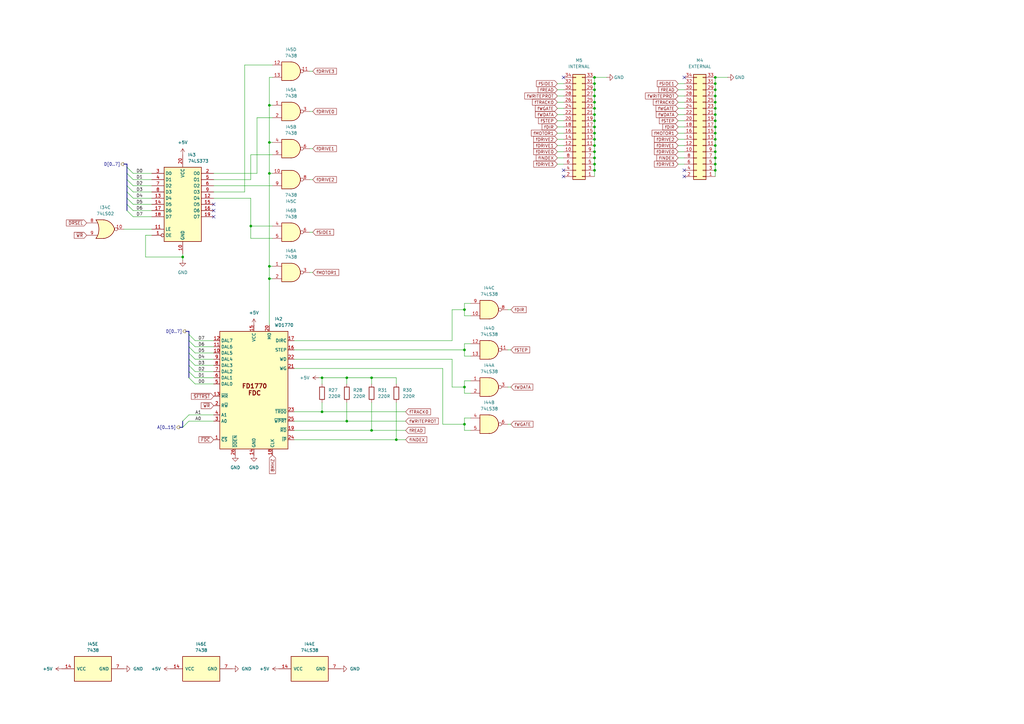
<source format=kicad_sch>
(kicad_sch (version 20250114) (generator "eeschema") (generator_version "9.0")
  (paper "A3")
  (lib_symbols
    (symbol "74xx:74LS02" (pin_names (offset 1.016))
      (property "Reference" "U" (at 0 1.27 0))
      (property "Value" "74LS02" (at 0 -1.27 0))
      (symbol "74LS02_1_1"
        (pin input line (at -7.62 2.54 0) (length 4.318) (name "~") (number "2"))
        (pin input line (at -7.62 -2.54 0) (length 4.318) (name "~") (number "3"))
        (pin output inverted (at 7.62 0 180) (length 3.81) (name "~") (number "1"))
      )
      (symbol "74LS02_1_2"
        (pin input inverted (at -7.62 2.54 0) (length 3.81) (name "~") (number "2"))
        (pin input inverted (at -7.62 -2.54 0) (length 3.81) (name "~") (number "3"))
        (pin output line (at 7.62 0 180) (length 3.81) (name "~") (number "1"))
      )
      (symbol "74LS02_2_1"
        (pin input line (at -7.62 2.54 0) (length 4.318) (name "~") (number "5"))
        (pin input line (at -7.62 -2.54 0) (length 4.318) (name "~") (number "6"))
        (pin output inverted (at 7.62 0 180) (length 3.81) (name "~") (number "4"))
      )
      (symbol "74LS02_2_2"
        (pin input inverted (at -7.62 2.54 0) (length 3.81) (name "~") (number "5"))
        (pin input inverted (at -7.62 -2.54 0) (length 3.81) (name "~") (number "6"))
        (pin output line (at 7.62 0 180) (length 3.81) (name "~") (number "4"))
      )
      (symbol "74LS02_3_1"
        (pin input line (at -7.62 2.54 0) (length 4.318) (name "~") (number "8"))
        (pin input line (at -7.62 -2.54 0) (length 4.318) (name "~") (number "9"))
        (pin output inverted (at 7.62 0 180) (length 3.81) (name "~") (number "10"))
      )
      (symbol "74LS02_3_2"
        (pin input inverted (at -7.62 2.54 0) (length 3.81) (name "~") (number "8"))
        (pin input inverted (at -7.62 -2.54 0) (length 3.81) (name "~") (number "9"))
        (pin output line (at 7.62 0 180) (length 3.81) (name "~") (number "10"))
      )
      (symbol "74LS02_4_1"
        (pin input line (at -7.62 2.54 0) (length 4.318) (name "~") (number "11"))
        (pin input line (at -7.62 -2.54 0) (length 4.318) (name "~") (number "12"))
        (pin output inverted (at 7.62 0 180) (length 3.81) (name "~") (number "13"))
      )
      (symbol "74LS02_4_2"
        (pin input inverted (at -7.62 2.54 0) (length 3.81) (name "~") (number "11"))
        (pin input inverted (at -7.62 -2.54 0) (length 3.81) (name "~") (number "12"))
        (pin output line (at 7.62 0 180) (length 3.81) (name "~") (number "13"))
      )
      (symbol "74LS02_5_0"
        (pin power_in line (at 0 12.7 270) (length 5.08) (name "VCC") (number "14"))
        (pin power_in line (at 0 -12.7 90) (length 5.08) (name "GND") (number "7"))
      )
    )
    (symbol "74xx:74LS373"
      (property "Reference" "U" (at -7.62 16.51 0))
      (property "Value" "74LS373" (at -7.62 -16.51 0))
      (symbol "74LS373_1_0"
        (pin input line (at -12.7 12.7 0) (length 5.08) (name "D0") (number "3"))
        (pin input line (at -12.7 10.16 0) (length 5.08) (name "D1") (number "4"))
        (pin input line (at -12.7 7.62 0) (length 5.08) (name "D2") (number "7"))
        (pin input line (at -12.7 5.08 0) (length 5.08) (name "D3") (number "8"))
        (pin input line (at -12.7 2.54 0) (length 5.08) (name "D4") (number "13"))
        (pin input line (at -12.7 0 0) (length 5.08) (name "D5") (number "14"))
        (pin input line (at -12.7 -2.54 0) (length 5.08) (name "D6") (number "17"))
        (pin input line (at -12.7 -5.08 0) (length 5.08) (name "D7") (number "18"))
        (pin input line (at -12.7 -10.16 0) (length 5.08) (name "LE") (number "11"))
        (pin input inverted (at -12.7 -12.7 0) (length 5.08) (name "OE") (number "1"))
        (pin power_in line (at 0 20.32 270) (length 5.08) (name "VCC") (number "20"))
        (pin power_in line (at 0 -20.32 90) (length 5.08) (name "GND") (number "10"))
        (pin tri_state line (at 12.7 12.7 180) (length 5.08) (name "O0") (number "2"))
        (pin tri_state line (at 12.7 10.16 180) (length 5.08) (name "O1") (number "5"))
        (pin tri_state line (at 12.7 7.62 180) (length 5.08) (name "O2") (number "6"))
        (pin tri_state line (at 12.7 5.08 180) (length 5.08) (name "O3") (number "9"))
        (pin tri_state line (at 12.7 2.54 180) (length 5.08) (name "O4") (number "12"))
        (pin tri_state line (at 12.7 0 180) (length 5.08) (name "O5") (number "15"))
        (pin tri_state line (at 12.7 -2.54 180) (length 5.08) (name "O6") (number "16"))
        (pin tri_state line (at 12.7 -5.08 180) (length 5.08) (name "O7") (number "19"))
      )
    )
    (symbol "74xx:74LS38" (pin_names (offset 1.016))
      (property "Reference" "U" (at 0 1.27 0))
      (property "Value" "74LS38" (at 0 -1.27 0))
      (symbol "74LS38_1_1"
        (pin input line (at -7.62 2.54 0) (length 3.81) (name "~") (number "1"))
        (pin input line (at -7.62 -2.54 0) (length 3.81) (name "~") (number "2"))
        (pin open_collector inverted (at 7.62 0 180) (length 3.81) (name "~") (number "3"))
      )
      (symbol "74LS38_1_2"
        (pin input inverted (at -7.62 2.54 0) (length 4.318) (name "~") (number "1"))
        (pin input inverted (at -7.62 -2.54 0) (length 4.318) (name "~") (number "2"))
        (pin open_collector line (at 7.62 0 180) (length 3.81) (name "~") (number "3"))
      )
      (symbol "74LS38_2_1"
        (pin input line (at -7.62 2.54 0) (length 3.81) (name "~") (number "4"))
        (pin input line (at -7.62 -2.54 0) (length 3.81) (name "~") (number "5"))
        (pin open_collector inverted (at 7.62 0 180) (length 3.81) (name "~") (number "6"))
      )
      (symbol "74LS38_2_2"
        (pin input inverted (at -7.62 2.54 0) (length 4.318) (name "~") (number "4"))
        (pin input inverted (at -7.62 -2.54 0) (length 4.318) (name "~") (number "5"))
        (pin open_collector line (at 7.62 0 180) (length 3.81) (name "~") (number "6"))
      )
      (symbol "74LS38_3_1"
        (pin input line (at -7.62 2.54 0) (length 3.81) (name "~") (number "9"))
        (pin input line (at -7.62 -2.54 0) (length 3.81) (name "~") (number "10"))
        (pin open_collector inverted (at 7.62 0 180) (length 3.81) (name "~") (number "8"))
      )
      (symbol "74LS38_3_2"
        (pin input inverted (at -7.62 2.54 0) (length 4.318) (name "~") (number "9"))
        (pin input inverted (at -7.62 -2.54 0) (length 4.318) (name "~") (number "10"))
        (pin open_collector line (at 7.62 0 180) (length 3.81) (name "~") (number "8"))
      )
      (symbol "74LS38_4_1"
        (pin input line (at -7.62 2.54 0) (length 3.81) (name "~") (number "12"))
        (pin input line (at -7.62 -2.54 0) (length 3.81) (name "~") (number "13"))
        (pin open_collector inverted (at 7.62 0 180) (length 3.81) (name "~") (number "11"))
      )
      (symbol "74LS38_4_2"
        (pin input inverted (at -7.62 2.54 0) (length 4.318) (name "~") (number "12"))
        (pin input inverted (at -7.62 -2.54 0) (length 4.318) (name "~") (number "13"))
        (pin open_collector line (at 7.62 0 180) (length 3.81) (name "~") (number "11"))
      )
      (symbol "74LS38_5_0"
        (pin power_in line (at 0 12.7 270) (length 5.08) (name "VCC") (number "14"))
        (pin power_in line (at 0 -12.7 90) (length 5.08) (name "GND") (number "7"))
      )
    )
    (symbol "Connector_Generic:Conn_02x17_Odd_Even" (pin_names (offset 1.016) (hide yes))
      (property "Reference" "J" (at 1.27 22.86 0))
      (property "Value" "Conn_02x17_Odd_Even" (at 1.27 -22.86 0))
      (symbol "Conn_02x17_Odd_Even_1_1"
        (pin passive line (at -5.08 20.32 0) (length 3.81) (name "Pin_1") (number "1"))
        (pin passive line (at -5.08 17.78 0) (length 3.81) (name "Pin_3") (number "3"))
        (pin passive line (at -5.08 15.24 0) (length 3.81) (name "Pin_5") (number "5"))
        (pin passive line (at -5.08 12.7 0) (length 3.81) (name "Pin_7") (number "7"))
        (pin passive line (at -5.08 10.16 0) (length 3.81) (name "Pin_9") (number "9"))
        (pin passive line (at -5.08 7.62 0) (length 3.81) (name "Pin_11") (number "11"))
        (pin passive line (at -5.08 5.08 0) (length 3.81) (name "Pin_13") (number "13"))
        (pin passive line (at -5.08 2.54 0) (length 3.81) (name "Pin_15") (number "15"))
        (pin passive line (at -5.08 0 0) (length 3.81) (name "Pin_17") (number "17"))
        (pin passive line (at -5.08 -2.54 0) (length 3.81) (name "Pin_19") (number "19"))
        (pin passive line (at -5.08 -5.08 0) (length 3.81) (name "Pin_21") (number "21"))
        (pin passive line (at -5.08 -7.62 0) (length 3.81) (name "Pin_23") (number "23"))
        (pin passive line (at -5.08 -10.16 0) (length 3.81) (name "Pin_25") (number "25"))
        (pin passive line (at -5.08 -12.7 0) (length 3.81) (name "Pin_27") (number "27"))
        (pin passive line (at -5.08 -15.24 0) (length 3.81) (name "Pin_29") (number "29"))
        (pin passive line (at -5.08 -17.78 0) (length 3.81) (name "Pin_31") (number "31"))
        (pin passive line (at -5.08 -20.32 0) (length 3.81) (name "Pin_33") (number "33"))
        (pin passive line (at 7.62 20.32 180) (length 3.81) (name "Pin_2") (number "2"))
        (pin passive line (at 7.62 17.78 180) (length 3.81) (name "Pin_4") (number "4"))
        (pin passive line (at 7.62 15.24 180) (length 3.81) (name "Pin_6") (number "6"))
        (pin passive line (at 7.62 12.7 180) (length 3.81) (name "Pin_8") (number "8"))
        (pin passive line (at 7.62 10.16 180) (length 3.81) (name "Pin_10") (number "10"))
        (pin passive line (at 7.62 7.62 180) (length 3.81) (name "Pin_12") (number "12"))
        (pin passive line (at 7.62 5.08 180) (length 3.81) (name "Pin_14") (number "14"))
        (pin passive line (at 7.62 2.54 180) (length 3.81) (name "Pin_16") (number "16"))
        (pin passive line (at 7.62 0 180) (length 3.81) (name "Pin_18") (number "18"))
        (pin passive line (at 7.62 -2.54 180) (length 3.81) (name "Pin_20") (number "20"))
        (pin passive line (at 7.62 -5.08 180) (length 3.81) (name "Pin_22") (number "22"))
        (pin passive line (at 7.62 -7.62 180) (length 3.81) (name "Pin_24") (number "24"))
        (pin passive line (at 7.62 -10.16 180) (length 3.81) (name "Pin_26") (number "26"))
        (pin passive line (at 7.62 -12.7 180) (length 3.81) (name "Pin_28") (number "28"))
        (pin passive line (at 7.62 -15.24 180) (length 3.81) (name "Pin_30") (number "30"))
        (pin passive line (at 7.62 -17.78 180) (length 3.81) (name "Pin_32") (number "32"))
        (pin passive line (at 7.62 -20.32 180) (length 3.81) (name "Pin_34") (number "34"))
      )
    )
    (symbol "Device:R" (pin_numbers (hide yes)) (pin_names (offset 0))
      (property "Reference" "R" (at 2.032 0 90))
      (property "Value" "R" (at 0 0 90))
      (symbol "R_1_1"
        (pin passive line (at 0 3.81 270) (length 1.27) (name "~") (number "1"))
        (pin passive line (at 0 -3.81 90) (length 1.27) (name "~") (number "2"))
      )
    )
    (symbol "Einstein:WD1770"
      (property "Reference" "IO" (at 13.462 -27.432 0))
      (property "Value" "WD1770" (at 12.446 -29.464 0))
      (symbol "WD1770_1_1"
        (text "FD1770\nFDC" (at 0.254 0.254 0) (effects (font (size 1.778 1.778) (thickness 0.3556) (bold yes))))
        (pin bidirectional line (at -16.51 20.32 0) (length 2.54) (name "DAL7") (number "12"))
        (pin bidirectional line (at -16.51 17.78 0) (length 2.54) (name "DAL6") (number "11"))
        (pin bidirectional line (at -16.51 15.24 0) (length 2.54) (name "DAL5") (number "10"))
        (pin bidirectional line (at -16.51 12.7 0) (length 2.54) (name "DAL4") (number "9"))
        (pin bidirectional line (at -16.51 10.16 0) (length 2.54) (name "DAL3") (number "8"))
        (pin bidirectional line (at -16.51 7.62 0) (length 2.54) (name "DAL2") (number "7"))
        (pin bidirectional line (at -16.51 5.08 0) (length 2.54) (name "DAL1") (number "6"))
        (pin bidirectional line (at -16.51 2.54 0) (length 2.54) (name "DAL0") (number "5"))
        (pin passive line (at -16.51 -2.54 0) (length 2.54) (name "~{MR}") (number "13"))
        (pin input line (at -16.51 -6.35 0) (length 2.54) (name "R~{W}") (number "2"))
        (pin input line (at -16.51 -10.16 0) (length 2.54) (name "A1") (number "4"))
        (pin input line (at -16.51 -12.7 0) (length 2.54) (name "A0") (number "3"))
        (pin input line (at -16.51 -20.32 0) (length 2.54) (name "~{CS}") (number "1"))
        (pin passive line (at -7.62 -26.67 90) (length 2.54) (name "~{DDEN}") (number "26"))
        (pin power_in line (at 0 26.67 270) (length 2.54) (name "VCC") (number "15"))
        (pin power_in line (at 0 -26.67 90) (length 2.54) (name "GND") (number "14"))
        (pin passive line (at 6.35 26.67 270) (length 2.54) (name "MO") (number "20"))
        (pin input line (at 7.62 -26.67 90) (length 2.54) (name "CLK") (number "18"))
        (pin passive line (at 16.51 20.32 180) (length 2.54) (name "DIRC") (number "17"))
        (pin passive line (at 16.51 16.51 180) (length 2.54) (name "STEP") (number "16"))
        (pin passive line (at 16.51 12.7 180) (length 2.54) (name "WD") (number "22"))
        (pin passive line (at 16.51 8.89 180) (length 2.54) (name "WG") (number "21"))
        (pin no_connect line (at 16.51 1.27 180) (length 2.54) (hide yes) (name "INTRQ") (number "28"))
        (pin no_connect line (at 16.51 -1.27 180) (length 2.54) (hide yes) (name "DRQ") (number "27"))
        (pin passive line (at 16.51 -8.89 180) (length 2.54) (name "~{TR00}") (number "23"))
        (pin passive line (at 16.51 -12.7 180) (length 2.54) (name "~{WPRT}") (number "25"))
        (pin input line (at 16.51 -16.51 180) (length 2.54) (name "~{RD}") (number "19"))
        (pin passive line (at 16.51 -20.32 180) (length 2.54) (name "~{IP}") (number "24"))
      )
    )
    (symbol "power:+5V" (power) (pin_numbers (hide yes)) (pin_names (offset 0) (hide yes))
      (property "Value" "+5V" (at 0 3.556 0))
      (symbol "+5V_1_1"
        (pin power_in line (at 0 0 90) (length 0) (name "~") (number "1"))
      )
    )
    (symbol "power:GND" (power) (pin_numbers (hide yes)) (pin_names (offset 0) (hide yes))
      (property "Value" "GND" (at 0 -3.81 0))
      (symbol "GND_1_1"
        (pin power_in line (at 0 0 270) (length 0) (name "~") (number "1"))
      )
    )
  )
  (junction (at 293.37 34.29))
  (junction (at 243.84 49.53))
  (junction (at 293.37 49.53))
  (junction (at 243.84 67.31))
  (junction (at 243.84 69.85))
  (junction (at 110.49 43.18))
  (junction (at 243.84 64.77))
  (junction (at 190.5 158.75))
  (junction (at 293.37 69.85))
  (junction (at 110.49 109.22))
  (junction (at 152.4 154.94))
  (junction (at 293.37 62.23))
  (junction (at 142.24 154.94))
  (junction (at 190.5 143.51))
  (junction (at 293.37 36.83))
  (junction (at 243.84 34.29))
  (junction (at 243.84 62.23))
  (junction (at 110.49 58.42))
  (junction (at 293.37 39.37))
  (junction (at 110.49 114.3))
  (junction (at 293.37 59.69))
  (junction (at 132.08 168.91))
  (junction (at 293.37 44.45))
  (junction (at 243.84 36.83))
  (junction (at 243.84 41.91))
  (junction (at 243.84 44.45))
  (junction (at 293.37 31.75))
  (junction (at 243.84 46.99))
  (junction (at 293.37 64.77))
  (junction (at 243.84 31.75))
  (junction (at 74.93 105.41))
  (junction (at 293.37 67.31))
  (junction (at 293.37 57.15))
  (junction (at 293.37 46.99))
  (junction (at 243.84 59.69))
  (junction (at 190.5 173.99))
  (junction (at 162.56 180.34))
  (junction (at 293.37 52.07))
  (junction (at 152.4 176.53))
  (junction (at 293.37 54.61))
  (junction (at 132.08 154.94))
  (junction (at 293.37 41.91))
  (junction (at 190.5 127))
  (junction (at 243.84 52.07))
  (junction (at 142.24 172.72))
  (junction (at 110.49 71.12))
  (junction (at 243.84 57.15))
  (junction (at 102.87 92.71))
  (junction (at 243.84 39.37))
  (junction (at 243.84 54.61))
  (no_connect (at 280.67 69.85))
  (no_connect (at 231.14 72.39))
  (no_connect (at 87.63 83.82))
  (no_connect (at 231.14 31.75))
  (no_connect (at 87.63 88.9))
  (no_connect (at 280.67 72.39))
  (no_connect (at 280.67 31.75))
  (no_connect (at 87.63 86.36))
  (no_connect (at 231.14 69.85))
  (bus_entry (at 54.61 88.9) (size -2.54 -2.54))
  (bus_entry (at 54.61 81.28) (size -2.54 -2.54))
  (bus_entry (at 80.01 139.7) (size -2.54 -2.54))
  (bus_entry (at 77.47 170.18) (size -2.54 2.54))
  (bus_entry (at 54.61 83.82) (size -2.54 -2.54))
  (bus_entry (at 54.61 78.74) (size -2.54 -2.54))
  (bus_entry (at 54.61 73.66) (size -2.54 -2.54))
  (bus_entry (at 80.01 149.86) (size -2.54 -2.54))
  (bus_entry (at 80.01 157.48) (size -2.54 -2.54))
  (bus_entry (at 54.61 86.36) (size -2.54 -2.54))
  (bus_entry (at 54.61 71.12) (size -2.54 -2.54))
  (bus_entry (at 80.01 147.32) (size -2.54 -2.54))
  (bus_entry (at 80.01 154.94) (size -2.54 -2.54))
  (bus_entry (at 77.47 172.72) (size -2.54 2.54))
  (bus_entry (at 80.01 142.24) (size -2.54 -2.54))
  (bus_entry (at 80.01 144.78) (size -2.54 -2.54))
  (bus_entry (at 80.01 152.4) (size -2.54 -2.54))
  (bus_entry (at 54.61 76.2) (size -2.54 -2.54))
  (wire (pts (xy 228.6 46.99) (xy 231.14 46.99)))
  (wire (pts (xy 62.23 86.36) (xy 54.61 86.36)))
  (wire (pts (xy 111.76 71.12) (xy 110.49 71.12)))
  (wire (pts (xy 228.6 52.07) (xy 231.14 52.07)))
  (wire (pts (xy 293.37 31.75) (xy 298.45 31.75)))
  (wire (pts (xy 193.04 156.21) (xy 190.5 156.21)))
  (wire (pts (xy 243.84 46.99) (xy 243.84 44.45)))
  (wire (pts (xy 193.04 171.45) (xy 190.5 171.45)))
  (wire (pts (xy 87.63 142.24) (xy 80.01 142.24)))
  (wire (pts (xy 293.37 46.99) (xy 293.37 44.45)))
  (wire (pts (xy 62.23 83.82) (xy 54.61 83.82)))
  (wire (pts (xy 152.4 176.53) (xy 166.37 176.53)))
  (wire (pts (xy 228.6 62.23) (xy 231.14 62.23)))
  (wire (pts (xy 278.13 59.69) (xy 280.67 59.69)))
  (wire (pts (xy 105.41 48.26) (xy 111.76 48.26)))
  (wire (pts (xy 162.56 154.94) (xy 152.4 154.94)))
  (wire (pts (xy 293.37 54.61) (xy 293.37 52.07)))
  (wire (pts (xy 50.8 93.98) (xy 62.23 93.98)))
  (wire (pts (xy 243.84 41.91) (xy 243.84 39.37)))
  (wire (pts (xy 74.93 106.68) (xy 74.93 105.41)))
  (wire (pts (xy 185.42 158.75) (xy 190.5 158.75)))
  (wire (pts (xy 243.84 34.29) (xy 243.84 31.75)))
  (wire (pts (xy 111.76 26.67) (xy 100.33 26.67)))
  (wire (pts (xy 62.23 76.2) (xy 54.61 76.2)))
  (wire (pts (xy 278.13 46.99) (xy 280.67 46.99)))
  (wire (pts (xy 120.65 168.91) (xy 132.08 168.91)))
  (wire (pts (xy 128.27 111.76) (xy 127 111.76)))
  (wire (pts (xy 185.42 127) (xy 185.42 139.7)))
  (bus (pts (xy 52.07 68.58) (xy 52.07 71.12)))
  (wire (pts (xy 102.87 92.71) (xy 102.87 97.79)))
  (wire (pts (xy 111.76 63.5) (xy 102.87 63.5)))
  (wire (pts (xy 243.84 49.53) (xy 243.84 46.99)))
  (wire (pts (xy 128.27 45.72) (xy 127 45.72)))
  (wire (pts (xy 111.76 92.71) (xy 102.87 92.71)))
  (wire (pts (xy 278.13 39.37) (xy 280.67 39.37)))
  (bus (pts (xy 52.07 81.28) (xy 52.07 83.82)))
  (wire (pts (xy 132.08 154.94) (xy 132.08 157.48)))
  (wire (pts (xy 87.63 147.32) (xy 80.01 147.32)))
  (wire (pts (xy 142.24 172.72) (xy 166.37 172.72)))
  (wire (pts (xy 132.08 168.91) (xy 132.08 165.1)))
  (wire (pts (xy 128.27 29.21) (xy 127 29.21)))
  (wire (pts (xy 293.37 67.31) (xy 293.37 64.77)))
  (wire (pts (xy 105.41 48.26) (xy 105.41 71.12)))
  (wire (pts (xy 228.6 64.77) (xy 231.14 64.77)))
  (wire (pts (xy 152.4 154.94) (xy 142.24 154.94)))
  (wire (pts (xy 243.84 67.31) (xy 243.84 64.77)))
  (bus (pts (xy 52.07 71.12) (xy 52.07 73.66)))
  (wire (pts (xy 185.42 127) (xy 190.5 127)))
  (wire (pts (xy 87.63 152.4) (xy 80.01 152.4)))
  (wire (pts (xy 87.63 81.28) (xy 102.87 81.28)))
  (wire (pts (xy 59.69 96.52) (xy 59.69 105.41)))
  (wire (pts (xy 100.33 78.74) (xy 87.63 78.74)))
  (wire (pts (xy 293.37 49.53) (xy 293.37 46.99)))
  (wire (pts (xy 62.23 81.28) (xy 54.61 81.28)))
  (wire (pts (xy 152.4 154.94) (xy 152.4 157.48)))
  (wire (pts (xy 293.37 64.77) (xy 293.37 62.23)))
  (wire (pts (xy 293.37 57.15) (xy 293.37 54.61)))
  (wire (pts (xy 111.76 43.18) (xy 110.49 43.18)))
  (wire (pts (xy 142.24 172.72) (xy 142.24 165.1)))
  (wire (pts (xy 111.76 114.3) (xy 110.49 114.3)))
  (wire (pts (xy 110.49 109.22) (xy 111.76 109.22)))
  (wire (pts (xy 278.13 49.53) (xy 280.67 49.53)))
  (wire (pts (xy 243.84 62.23) (xy 243.84 59.69)))
  (wire (pts (xy 87.63 157.48) (xy 80.01 157.48)))
  (wire (pts (xy 100.33 26.67) (xy 100.33 78.74)))
  (wire (pts (xy 190.5 171.45) (xy 190.5 173.99)))
  (wire (pts (xy 228.6 67.31) (xy 231.14 67.31)))
  (wire (pts (xy 228.6 54.61) (xy 231.14 54.61)))
  (wire (pts (xy 193.04 140.97) (xy 190.5 140.97)))
  (wire (pts (xy 293.37 44.45) (xy 293.37 41.91)))
  (wire (pts (xy 293.37 69.85) (xy 293.37 72.39)))
  (wire (pts (xy 132.08 168.91) (xy 166.37 168.91)))
  (wire (pts (xy 59.69 105.41) (xy 74.93 105.41)))
  (bus (pts (xy 77.47 152.4) (xy 77.47 154.94)))
  (bus (pts (xy 52.07 67.31) (xy 52.07 68.58)))
  (wire (pts (xy 185.42 139.7) (xy 120.65 139.7)))
  (wire (pts (xy 87.63 139.7) (xy 80.01 139.7)))
  (wire (pts (xy 228.6 34.29) (xy 231.14 34.29)))
  (bus (pts (xy 77.47 149.86) (xy 77.47 152.4)))
  (wire (pts (xy 110.49 114.3) (xy 110.49 109.22)))
  (wire (pts (xy 190.5 127) (xy 190.5 124.46)))
  (wire (pts (xy 293.37 59.69) (xy 293.37 57.15)))
  (bus (pts (xy 77.47 142.24) (xy 77.47 144.78)))
  (bus (pts (xy 50.8 67.31) (xy 52.07 67.31)))
  (bus (pts (xy 52.07 83.82) (xy 52.07 86.36)))
  (wire (pts (xy 278.13 44.45) (xy 280.67 44.45)))
  (wire (pts (xy 162.56 180.34) (xy 162.56 165.1)))
  (wire (pts (xy 111.76 31.75) (xy 110.49 31.75)))
  (bus (pts (xy 52.07 76.2) (xy 52.07 78.74)))
  (wire (pts (xy 87.63 154.94) (xy 80.01 154.94)))
  (wire (pts (xy 228.6 49.53) (xy 231.14 49.53)))
  (wire (pts (xy 278.13 64.77) (xy 280.67 64.77)))
  (wire (pts (xy 278.13 41.91) (xy 280.67 41.91)))
  (bus (pts (xy 77.47 135.89) (xy 77.47 137.16)))
  (bus (pts (xy 52.07 73.66) (xy 52.07 76.2)))
  (wire (pts (xy 74.93 105.41) (xy 74.93 104.14)))
  (wire (pts (xy 209.55 173.99) (xy 208.28 173.99)))
  (wire (pts (xy 87.63 144.78) (xy 80.01 144.78)))
  (wire (pts (xy 111.76 58.42) (xy 110.49 58.42)))
  (wire (pts (xy 293.37 36.83) (xy 293.37 34.29)))
  (wire (pts (xy 243.84 44.45) (xy 243.84 41.91)))
  (wire (pts (xy 62.23 78.74) (xy 54.61 78.74)))
  (wire (pts (xy 278.13 52.07) (xy 280.67 52.07)))
  (wire (pts (xy 228.6 36.83) (xy 231.14 36.83)))
  (wire (pts (xy 110.49 58.42) (xy 110.49 71.12)))
  (wire (pts (xy 278.13 34.29) (xy 280.67 34.29)))
  (wire (pts (xy 87.63 149.86) (xy 80.01 149.86)))
  (wire (pts (xy 243.84 54.61) (xy 243.84 52.07)))
  (wire (pts (xy 87.63 170.18) (xy 77.47 170.18)))
  (bus (pts (xy 77.47 139.7) (xy 77.47 142.24)))
  (wire (pts (xy 185.42 147.32) (xy 185.42 158.75)))
  (wire (pts (xy 243.84 69.85) (xy 243.84 72.39)))
  (wire (pts (xy 243.84 31.75) (xy 248.92 31.75)))
  (wire (pts (xy 102.87 97.79) (xy 111.76 97.79)))
  (wire (pts (xy 181.61 173.99) (xy 190.5 173.99)))
  (wire (pts (xy 190.5 173.99) (xy 190.5 176.53)))
  (wire (pts (xy 293.37 41.91) (xy 293.37 39.37)))
  (wire (pts (xy 120.65 143.51) (xy 190.5 143.51)))
  (bus (pts (xy 77.47 147.32) (xy 77.47 149.86)))
  (wire (pts (xy 128.27 95.25) (xy 127 95.25)))
  (wire (pts (xy 162.56 180.34) (xy 166.37 180.34)))
  (wire (pts (xy 243.84 57.15) (xy 243.84 54.61)))
  (wire (pts (xy 62.23 73.66) (xy 54.61 73.66)))
  (wire (pts (xy 293.37 62.23) (xy 293.37 59.69)))
  (wire (pts (xy 110.49 71.12) (xy 110.49 109.22)))
  (wire (pts (xy 102.87 73.66) (xy 87.63 73.66)))
  (wire (pts (xy 228.6 57.15) (xy 231.14 57.15)))
  (wire (pts (xy 243.84 39.37) (xy 243.84 36.83)))
  (wire (pts (xy 162.56 157.48) (xy 162.56 154.94)))
  (wire (pts (xy 190.5 158.75) (xy 190.5 161.29)))
  (wire (pts (xy 120.65 172.72) (xy 142.24 172.72)))
  (wire (pts (xy 243.84 52.07) (xy 243.84 49.53)))
  (wire (pts (xy 120.65 176.53) (xy 152.4 176.53)))
  (wire (pts (xy 110.49 31.75) (xy 110.49 43.18)))
  (wire (pts (xy 293.37 39.37) (xy 293.37 36.83)))
  (wire (pts (xy 62.23 96.52) (xy 59.69 96.52)))
  (wire (pts (xy 62.23 71.12) (xy 54.61 71.12)))
  (wire (pts (xy 278.13 54.61) (xy 280.67 54.61)))
  (wire (pts (xy 120.65 180.34) (xy 162.56 180.34)))
  (bus (pts (xy 74.93 175.26) (xy 74.93 172.72)))
  (wire (pts (xy 293.37 69.85) (xy 293.37 67.31)))
  (wire (pts (xy 152.4 176.53) (xy 152.4 165.1)))
  (wire (pts (xy 110.49 43.18) (xy 110.49 58.42)))
  (wire (pts (xy 128.27 73.66) (xy 127 73.66)))
  (wire (pts (xy 278.13 57.15) (xy 280.67 57.15)))
  (wire (pts (xy 228.6 39.37) (xy 231.14 39.37)))
  (wire (pts (xy 243.84 59.69) (xy 243.84 57.15)))
  (wire (pts (xy 190.5 124.46) (xy 193.04 124.46)))
  (wire (pts (xy 228.6 41.91) (xy 231.14 41.91)))
  (wire (pts (xy 278.13 62.23) (xy 280.67 62.23)))
  (wire (pts (xy 87.63 76.2) (xy 111.76 76.2)))
  (wire (pts (xy 120.65 151.13) (xy 181.61 151.13)))
  (wire (pts (xy 110.49 114.3) (xy 110.49 133.35)))
  (wire (pts (xy 62.23 88.9) (xy 54.61 88.9)))
  (wire (pts (xy 190.5 156.21) (xy 190.5 158.75)))
  (bus (pts (xy 77.47 144.78) (xy 77.47 147.32)))
  (wire (pts (xy 190.5 140.97) (xy 190.5 143.51)))
  (wire (pts (xy 243.84 69.85) (xy 243.84 67.31)))
  (wire (pts (xy 228.6 44.45) (xy 231.14 44.45)))
  (wire (pts (xy 243.84 36.83) (xy 243.84 34.29)))
  (wire (pts (xy 209.55 127) (xy 208.28 127)))
  (wire (pts (xy 278.13 67.31) (xy 280.67 67.31)))
  (wire (pts (xy 209.55 158.75) (xy 208.28 158.75)))
  (wire (pts (xy 190.5 146.05) (xy 193.04 146.05)))
  (wire (pts (xy 190.5 129.54) (xy 190.5 127)))
  (wire (pts (xy 209.55 143.51) (xy 208.28 143.51)))
  (wire (pts (xy 142.24 154.94) (xy 142.24 157.48)))
  (wire (pts (xy 128.27 60.96) (xy 127 60.96)))
  (wire (pts (xy 120.65 147.32) (xy 185.42 147.32)))
  (wire (pts (xy 190.5 143.51) (xy 190.5 146.05)))
  (wire (pts (xy 228.6 59.69) (xy 231.14 59.69)))
  (wire (pts (xy 193.04 129.54) (xy 190.5 129.54)))
  (wire (pts (xy 278.13 36.83) (xy 280.67 36.83)))
  (bus (pts (xy 73.66 175.26) (xy 74.93 175.26)))
  (wire (pts (xy 87.63 172.72) (xy 77.47 172.72)))
  (wire (pts (xy 293.37 34.29) (xy 293.37 31.75)))
  (wire (pts (xy 130.81 154.94) (xy 132.08 154.94)))
  (bus (pts (xy 77.47 137.16) (xy 77.47 139.7)))
  (wire (pts (xy 190.5 161.29) (xy 193.04 161.29)))
  (wire (pts (xy 243.84 64.77) (xy 243.84 62.23)))
  (wire (pts (xy 105.41 71.12) (xy 87.63 71.12)))
  (bus (pts (xy 76.2 135.89) (xy 77.47 135.89)))
  (wire (pts (xy 181.61 151.13) (xy 181.61 173.99)))
  (bus (pts (xy 52.07 78.74) (xy 52.07 81.28)))
  (wire (pts (xy 293.37 52.07) (xy 293.37 49.53)))
  (wire (pts (xy 102.87 81.28) (xy 102.87 92.71)))
  (wire (pts (xy 190.5 176.53) (xy 193.04 176.53)))
  (wire (pts (xy 102.87 63.5) (xy 102.87 73.66)))
  (wire (pts (xy 142.24 154.94) (xy 132.08 154.94)))
  (label "D6" (at 81.28 142.24 0))
  (label "D3" (at 55.88 78.74 0))
  (label "D7" (at 55.88 88.9 0))
  (label "D3" (at 81.28 149.86 0))
  (label "D2" (at 55.88 76.2 0))
  (label "D5" (at 81.28 144.78 0))
  (label "D7" (at 81.28 139.7 0))
  (label "D0" (at 55.88 71.12 0))
  (label "A1" (at 82.55 170.18 180))
  (label "D6" (at 55.88 86.36 0))
  (label "D4" (at 81.28 147.32 0))
  (label "D0" (at 81.28 157.48 0))
  (label "A0" (at 82.55 172.72 180))
  (label "D2" (at 81.28 152.4 0))
  (label "D1" (at 81.28 154.94 0))
  (label "D5" (at 55.88 83.82 0))
  (label "D1" (at 55.88 73.66 0))
  (label "D4" (at 55.88 81.28 0))
  (global_label "fINDEX" (shape input) (at 278.13 64.77 180) (property "Intersheetrefs" "${INTERSHEET_REFS}" (effects (hide yes))))
  (global_label "fDRIVE1" (shape input) (at 228.6 59.69 180) (property "Intersheetrefs" "${INTERSHEET_REFS}" (effects (hide yes))))
  (global_label "fWDATA" (shape input) (at 209.55 158.75 0) (property "Intersheetrefs" "${INTERSHEET_REFS}" (effects (hide yes))))
  (global_label "fDIR" (shape input) (at 228.6 52.07 180) (property "Intersheetrefs" "${INTERSHEET_REFS}" (effects (hide yes))))
  (global_label "fWGATE" (shape input) (at 278.13 44.45 180) (property "Intersheetrefs" "${INTERSHEET_REFS}" (effects (hide yes))))
  (global_label "fDIR" (shape input) (at 209.55 127 0) (property "Intersheetrefs" "${INTERSHEET_REFS}" (effects (hide yes))))
  (global_label "fMOTOR1" (shape input) (at 128.27 111.76 0) (property "Intersheetrefs" "${INTERSHEET_REFS}" (effects (hide yes))))
  (global_label "fDIR" (shape input) (at 278.13 52.07 180) (property "Intersheetrefs" "${INTERSHEET_REFS}" (effects (hide yes))))
  (global_label "~{WR}" (shape input) (at 87.63 166.37 180) (property "Intersheetrefs" "${INTERSHEET_REFS}" (effects (hide yes))))
  (global_label "fWGATE" (shape input) (at 209.55 173.99 0) (property "Intersheetrefs" "${INTERSHEET_REFS}" (effects (hide yes))))
  (global_label "fDRIVE1" (shape input) (at 128.27 60.96 0) (property "Intersheetrefs" "${INTERSHEET_REFS}" (effects (hide yes))))
  (global_label "fTRACK0" (shape input) (at 166.37 168.91 0) (property "Intersheetrefs" "${INTERSHEET_REFS}" (effects (hide yes))))
  (global_label "fDRIVE2" (shape input) (at 278.13 57.15 180) (property "Intersheetrefs" "${INTERSHEET_REFS}" (effects (hide yes))))
  (global_label "fREAD" (shape input) (at 228.6 36.83 180) (property "Intersheetrefs" "${INTERSHEET_REFS}" (effects (hide yes))))
  (global_label "fWDATA" (shape input) (at 278.13 46.99 180) (property "Intersheetrefs" "${INTERSHEET_REFS}" (effects (hide yes))))
  (global_label "~{DRSEL}" (shape input) (at 35.56 91.44 180) (property "Intersheetrefs" "${INTERSHEET_REFS}" (effects (hide yes))))
  (global_label "fTRACK0" (shape input) (at 228.6 41.91 180) (property "Intersheetrefs" "${INTERSHEET_REFS}" (effects (hide yes))))
  (global_label "fSIDE1" (shape input) (at 228.6 34.29 180) (property "Intersheetrefs" "${INTERSHEET_REFS}" (effects (hide yes))))
  (global_label "fINDEX" (shape input) (at 166.37 180.34 0) (property "Intersheetrefs" "${INTERSHEET_REFS}" (effects (hide yes))))
  (global_label "fDRIVE2" (shape input) (at 128.27 73.66 0) (property "Intersheetrefs" "${INTERSHEET_REFS}" (effects (hide yes))))
  (global_label "~{FDC}" (shape input) (at 87.63 180.34 180) (property "Intersheetrefs" "${INTERSHEET_REFS}" (effects (hide yes))))
  (global_label "fSTEP" (shape input) (at 228.6 49.53 180) (property "Intersheetrefs" "${INTERSHEET_REFS}" (effects (hide yes))))
  (global_label "fDRIVE0" (shape input) (at 228.6 62.23 180) (property "Intersheetrefs" "${INTERSHEET_REFS}" (effects (hide yes))))
  (global_label "fDRIVE1" (shape input) (at 278.13 59.69 180) (property "Intersheetrefs" "${INTERSHEET_REFS}" (effects (hide yes))))
  (global_label "fSIDE1" (shape input) (at 128.27 95.25 0) (property "Intersheetrefs" "${INTERSHEET_REFS}" (effects (hide yes))))
  (global_label "~{SFTRST}" (shape input) (at 87.63 162.56 180) (property "Intersheetrefs" "${INTERSHEET_REFS}" (effects (hide yes))))
  (global_label "8MHZ" (shape input) (at 111.76 186.69 270) (property "Intersheetrefs" "${INTERSHEET_REFS}" (effects (hide yes))))
  (global_label "fDRIVE0" (shape input) (at 278.13 62.23 180) (property "Intersheetrefs" "${INTERSHEET_REFS}" (effects (hide yes))))
  (global_label "fDRIVE3" (shape input) (at 278.13 67.31 180) (property "Intersheetrefs" "${INTERSHEET_REFS}" (effects (hide yes))))
  (global_label "fMOTOR1" (shape input) (at 278.13 54.61 180) (property "Intersheetrefs" "${INTERSHEET_REFS}" (effects (hide yes))))
  (global_label "fINDEX" (shape input) (at 228.6 64.77 180) (property "Intersheetrefs" "${INTERSHEET_REFS}" (effects (hide yes))))
  (global_label "fDRIVE3" (shape input) (at 128.27 29.21 0) (property "Intersheetrefs" "${INTERSHEET_REFS}" (effects (hide yes))))
  (global_label "fWRITEPROT" (shape input) (at 228.6 39.37 180) (property "Intersheetrefs" "${INTERSHEET_REFS}" (effects (hide yes))))
  (global_label "fDRIVE2" (shape input) (at 228.6 57.15 180) (property "Intersheetrefs" "${INTERSHEET_REFS}" (effects (hide yes))))
  (global_label "~{WR}" (shape input) (at 35.56 96.52 180) (property "Intersheetrefs" "${INTERSHEET_REFS}" (effects (hide yes))))
  (global_label "fWRITEPROT" (shape input) (at 278.13 39.37 180) (property "Intersheetrefs" "${INTERSHEET_REFS}" (effects (hide yes))))
  (global_label "fREAD" (shape input) (at 278.13 36.83 180) (property "Intersheetrefs" "${INTERSHEET_REFS}" (effects (hide yes))))
  (global_label "fDRIVE3" (shape input) (at 228.6 67.31 180) (property "Intersheetrefs" "${INTERSHEET_REFS}" (effects (hide yes))))
  (global_label "fWDATA" (shape input) (at 228.6 46.99 180) (property "Intersheetrefs" "${INTERSHEET_REFS}" (effects (hide yes))))
  (global_label "fDRIVE0" (shape input) (at 128.27 45.72 0) (property "Intersheetrefs" "${INTERSHEET_REFS}" (effects (hide yes))))
  (global_label "fSTEP" (shape input) (at 278.13 49.53 180) (property "Intersheetrefs" "${INTERSHEET_REFS}" (effects (hide yes))))
  (global_label "fTRACK0" (shape input) (at 278.13 41.91 180) (property "Intersheetrefs" "${INTERSHEET_REFS}" (effects (hide yes))))
  (global_label "fWRITEPROT" (shape input) (at 166.37 172.72 0) (property "Intersheetrefs" "${INTERSHEET_REFS}" (effects (hide yes))))
  (global_label "fREAD" (shape input) (at 166.37 176.53 0) (property "Intersheetrefs" "${INTERSHEET_REFS}" (effects (hide yes))))
  (global_label "fSTEP" (shape input) (at 209.55 143.51 0) (property "Intersheetrefs" "${INTERSHEET_REFS}" (effects (hide yes))))
  (global_label "fSIDE1" (shape input) (at 278.13 34.29 180) (property "Intersheetrefs" "${INTERSHEET_REFS}" (effects (hide yes))))
  (global_label "fMOTOR1" (shape input) (at 228.6 54.61 180) (property "Intersheetrefs" "${INTERSHEET_REFS}" (effects (hide yes))))
  (global_label "fWGATE" (shape input) (at 228.6 44.45 180) (property "Intersheetrefs" "${INTERSHEET_REFS}" (effects (hide yes))))
  (hierarchical_label "D[0..7]" (shape output) (at 50.8 67.31 180))
  (hierarchical_label "A[0..15]" (shape output) (at 73.66 175.26 180))
  (hierarchical_label "D[0..7]" (shape output) (at 76.2 135.89 180))
  (symbol (lib_id "power:GND") (at 95.25 274.32 90) (unit 1)
    (property "Reference" "#PWR0103" (effects (hide yes)))
    (property "Value" "GND" (at 99.06 274.3199 90) (effects (justify right)))
    (property "Description" "Power symbol creates a global label with name \"GND\" , ground" (effects (hide yes)))
  )
  (symbol (lib_id "74xx:74LS373") (at 74.93 83.82 0) (unit 1)
    (property "Reference" "I43" (at 77.0733 63.5 0) (effects (justify left)))
    (property "Value" "74LS373" (at 77.0733 66.04 0) (effects (justify left)))
    (property "Footprint" "Einstein:DIP-20_W7.62mm" (effects (hide yes)))
    (property "Datasheet" "http://www.ti.com/lit/gpn/sn74LS373" (effects (hide yes)))
    (property "Description" "8-bit Latch, 3-state outputs" (effects (hide yes)))
  )
  (symbol (lib_id "Device:R") (at 162.56 161.29 0) (unit 1)
    (property "Reference" "R30" (at 165.1 160.0199 0) (effects (justify left)))
    (property "Value" "220R" (at 165.1 162.5599 0) (effects (justify left)))
    (property "Footprint" "Einstein:Resistor 12.70mm" (effects (hide yes)))
    (property "Description" "Resistor" (effects (hide yes)))
  )
  (symbol (lib_id "power:GND") (at 298.45 31.75 90) (mirror x) (unit 1)
    (property "Reference" "#PWR0107" (effects (hide yes)))
    (property "Value" "GND" (at 305.435 31.75 90) (effects (justify left)))
    (property "Description" "Power symbol creates a global label with name \"GND\" , ground" (effects (hide yes)))
  )
  (symbol (lib_id "power:+5V") (at 69.85 274.32 90) (unit 1)
    (property "Reference" "#PWR0106" (effects (hide yes)))
    (property "Value" "+5V" (at 66.04 274.3199 90) (effects (justify left)))
    (property "Description" "Power symbol creates a global label with name \"+5V\"" (effects (hide yes)))
  )
  (symbol (lib_id "74xx:74LS38") (at 119.38 29.21 0) (unit 4)
    (property "Reference" "I45" (at 119.3717 20.32 0))
    (property "Value" "7438" (at 119.3717 22.86 0))
    (property "Footprint" "Einstein:DIP-14_W7.62mm" (effects (hide yes)))
    (property "Datasheet" "http://www.ti.com/lit/gpn/sn74LS38" (effects (hide yes)))
    (property "Description" "Quad Buffer 2-input NAND Open collector" (effects (hide yes)))
  )
  (symbol (lib_id "power:GND") (at 96.52 186.69 0) (unit 1)
    (property "Reference" "#PWR0113" (effects (hide yes)))
    (property "Value" "GND" (at 96.52 191.77 0))
    (property "Description" "Power symbol creates a global label with name \"GND\" , ground" (effects (hide yes)))
  )
  (symbol (lib_id "power:GND") (at 139.7 274.32 90) (unit 1)
    (property "Reference" "#PWR0111" (effects (hide yes)))
    (property "Value" "GND" (at 143.51 274.3199 90) (effects (justify right)))
    (property "Description" "Power symbol creates a global label with name \"GND\" , ground" (effects (hide yes)))
  )
  (symbol (lib_id "74xx:74LS38") (at 119.38 45.72 0) (unit 1)
    (property "Reference" "I45" (at 119.3717 36.83 0))
    (property "Value" "7438" (at 119.3717 39.37 0))
    (property "Footprint" "Einstein:DIP-14_W7.62mm" (effects (hide yes)))
    (property "Datasheet" "http://www.ti.com/lit/gpn/sn74LS38" (effects (hide yes)))
    (property "Description" "Quad Buffer 2-input NAND Open collector" (effects (hide yes)))
  )
  (symbol (lib_id "power:+5V") (at 104.14 133.35 0) (unit 1)
    (property "Reference" "#PWR0108" (effects (hide yes)))
    (property "Value" "+5V" (at 104.14 128.27 0))
    (property "Description" "Power symbol creates a global label with name \"+5V\"" (effects (hide yes)))
  )
  (symbol (lib_id "power:GND") (at 74.93 106.68 0) (unit 1)
    (property "Reference" "#PWR0102" (effects (hide yes)))
    (property "Value" "GND" (at 74.93 111.76 0))
    (property "Description" "Power symbol creates a global label with name \"GND\" , ground" (effects (hide yes)))
  )
  (symbol (lib_id "Device:R") (at 152.4 161.29 0) (unit 1)
    (property "Reference" "R31" (at 154.94 160.0199 0) (effects (justify left)))
    (property "Value" "220R" (at 154.94 162.5599 0) (effects (justify left)))
    (property "Footprint" "Einstein:Resistor 12.70mm" (effects (hide yes)))
    (property "Description" "Resistor" (effects (hide yes)))
  )
  (symbol (lib_id "power:GND") (at 104.14 186.69 0) (unit 1)
    (property "Reference" "#PWR0109" (effects (hide yes)))
    (property "Value" "GND" (at 104.14 191.77 0))
    (property "Description" "Power symbol creates a global label with name \"GND\" , ground" (effects (hide yes)))
  )
  (symbol (lib_id "74xx:74LS38") (at 200.66 158.75 0) (unit 1)
    (property "Reference" "I44" (at 200.6517 149.86 0))
    (property "Value" "74LS38" (at 200.6517 152.4 0))
    (property "Footprint" "Einstein:DIP-14_W7.62mm" (effects (hide yes)))
    (property "Datasheet" "http://www.ti.com/lit/gpn/sn74LS38" (effects (hide yes)))
    (property "Description" "Quad Buffer 2-input NAND Open collector" (effects (hide yes)))
  )
  (symbol (lib_id "74xx:74LS38") (at 119.38 60.96 0) (unit 2)
    (property "Reference" "I45" (at 119.3717 52.07 0))
    (property "Value" "7438" (at 119.3717 54.61 0))
    (property "Footprint" "Einstein:DIP-14_W7.62mm" (effects (hide yes)))
    (property "Datasheet" "http://www.ti.com/lit/gpn/sn74LS38" (effects (hide yes)))
    (property "Description" "Quad Buffer 2-input NAND Open collector" (effects (hide yes)))
  )
  (symbol (lib_id "power:+5V") (at 114.3 274.32 90) (unit 1)
    (property "Reference" "#PWR0110" (effects (hide yes)))
    (property "Value" "+5V" (at 110.49 274.3199 90) (effects (justify left)))
    (property "Description" "Power symbol creates a global label with name \"+5V\"" (effects (hide yes)))
  )
  (symbol (lib_id "Connector_Generic:Conn_02x17_Odd_Even") (at 288.29 52.07 180) (unit 1)
    (property "Reference" "M4" (at 287.02 24.765 0))
    (property "Value" "EXTERNAL" (at 287.02 27.305 0))
    (property "Footprint" "Einstein:PinHeader_2x17_P2.54mm" (effects (hide yes)))
    (property "Description" "Generic connector, double row, 02x17, odd/even pin numbering scheme (row 1 odd numbers, row 2 even numbers), script generated (kicad-library-utils/schlib/autogen/connector/)" (effects (hide yes)))
  )
  (symbol (lib_id "power:GND") (at 50.8 274.32 90) (unit 1)
    (property "Reference" "#PWR0104" (effects (hide yes)))
    (property "Value" "GND" (at 54.61 274.3199 90) (effects (justify right)))
    (property "Description" "Power symbol creates a global label with name \"GND\" , ground" (effects (hide yes)))
  )
  (symbol (lib_id "74xx:74LS38") (at 200.66 127 0) (unit 3)
    (property "Reference" "I44" (at 200.6517 118.11 0))
    (property "Value" "74LS38" (at 200.6517 120.65 0))
    (property "Footprint" "Einstein:DIP-14_W7.62mm" (effects (hide yes)))
    (property "Datasheet" "http://www.ti.com/lit/gpn/sn74LS38" (effects (hide yes)))
    (property "Description" "Quad Buffer 2-input NAND Open collector" (effects (hide yes)))
  )
  (symbol (lib_id "Device:R") (at 132.08 161.29 0) (unit 1)
    (property "Reference" "R27" (at 134.62 160.0199 0) (effects (justify left)))
    (property "Value" "220R" (at 134.62 162.5599 0) (effects (justify left)))
    (property "Footprint" "Einstein:Resistor 12.70mm" (effects (hide yes)))
    (property "Description" "Resistor" (effects (hide yes)))
  )
  (symbol (lib_id "74xx:74LS38") (at 200.66 143.51 0) (unit 4)
    (property "Reference" "I44" (at 200.6517 134.62 0))
    (property "Value" "74LS38" (at 200.6517 137.16 0))
    (property "Footprint" "Einstein:DIP-14_W7.62mm" (effects (hide yes)))
    (property "Datasheet" "http://www.ti.com/lit/gpn/sn74LS38" (effects (hide yes)))
    (property "Description" "Quad Buffer 2-input NAND Open collector" (effects (hide yes)))
  )
  (symbol (lib_id "74xx:74LS38") (at 82.55 274.32 90) (unit 5)
    (property "Reference" "I46" (at 82.55 264.16 90))
    (property "Value" "7438" (at 82.55 266.7 90))
    (property "Footprint" "Einstein:DIP-14_W7.62mm" (effects (hide yes)))
    (property "Datasheet" "http://www.ti.com/lit/gpn/sn74LS38" (effects (hide yes)))
    (property "Description" "Quad Buffer 2-input NAND Open collector" (effects (hide yes)))
  )
  (symbol (lib_id "power:GND") (at 248.92 31.75 90) (mirror x) (unit 1)
    (property "Reference" "#PWR01463" (effects (hide yes)))
    (property "Value" "GND" (at 255.905 31.75 90) (effects (justify left)))
    (property "Description" "Power symbol creates a global label with name \"GND\" , ground" (effects (hide yes)))
  )
  (symbol (lib_id "74xx:74LS02") (at 43.18 93.98 0) (unit 3)
    (property "Reference" "I34" (at 43.18 85.09 0))
    (property "Value" "74LS02" (at 43.18 87.63 0))
    (property "Footprint" "Einstein:DIP-14_W7.62mm" (effects (hide yes)))
    (property "Datasheet" "http://www.ti.com/lit/gpn/sn74ls02" (effects (hide yes)))
    (property "Description" "quad 2-input NOR gate" (effects (hide yes)))
  )
  (symbol (lib_id "74xx:74LS38") (at 119.38 111.76 0) (unit 1)
    (property "Reference" "I46" (at 119.3717 102.87 0))
    (property "Value" "7438" (at 119.3717 105.41 0))
    (property "Footprint" "Einstein:DIP-14_W7.62mm" (effects (hide yes)))
    (property "Datasheet" "http://www.ti.com/lit/gpn/sn74LS38" (effects (hide yes)))
    (property "Description" "Quad Buffer 2-input NAND Open collector" (effects (hide yes)))
  )
  (symbol (lib_id "74xx:74LS38") (at 119.38 95.25 0) (unit 2)
    (property "Reference" "I46" (at 119.3717 86.36 0))
    (property "Value" "7438" (at 119.3717 88.9 0))
    (property "Footprint" "Einstein:DIP-14_W7.62mm" (effects (hide yes)))
    (property "Datasheet" "http://www.ti.com/lit/gpn/sn74LS38" (effects (hide yes)))
    (property "Description" "Quad Buffer 2-input NAND Open collector" (effects (hide yes)))
  )
  (symbol (lib_id "74xx:74LS38") (at 127 274.32 90) (unit 5)
    (property "Reference" "I44" (at 127 264.16 90))
    (property "Value" "74LS38" (at 127 266.7 90))
    (property "Footprint" "Einstein:DIP-14_W7.62mm" (effects (hide yes)))
    (property "Datasheet" "http://www.ti.com/lit/gpn/sn74LS38" (effects (hide yes)))
    (property "Description" "Quad Buffer 2-input NAND Open collector" (effects (hide yes)))
  )
  (symbol (lib_id "Device:R") (at 142.24 161.29 0) (unit 1)
    (property "Reference" "R28" (at 144.78 160.0199 0) (effects (justify left)))
    (property "Value" "220R" (at 144.78 162.5599 0) (effects (justify left)))
    (property "Footprint" "Einstein:Resistor 12.70mm" (effects (hide yes)))
    (property "Description" "Resistor" (effects (hide yes)))
  )
  (symbol (lib_id "power:+5V") (at 74.93 63.5 0) (unit 1)
    (property "Reference" "#PWR0101" (effects (hide yes)))
    (property "Value" "+5V" (at 74.93 58.42 0))
    (property "Description" "Power symbol creates a global label with name \"+5V\"" (effects (hide yes)))
  )
  (symbol (lib_id "Connector_Generic:Conn_02x17_Odd_Even") (at 238.76 52.07 180) (unit 1)
    (property "Reference" "M5" (at 237.49 24.765 0))
    (property "Value" "INTERNAL" (at 237.49 27.305 0))
    (property "Footprint" "Einstein:PinHeader_2x17_P2.54mm" (effects (hide yes)))
    (property "Description" "Generic connector, double row, 02x17, odd/even pin numbering scheme (row 1 odd numbers, row 2 even numbers), script generated (kicad-library-utils/schlib/autogen/connector/)" (effects (hide yes)))
  )
  (symbol (lib_id "power:+5V") (at 130.81 154.94 90) (unit 1)
    (property "Reference" "#PWR0112" (effects (hide yes)))
    (property "Value" "+5V" (at 127 154.9399 90) (effects (justify left)))
    (property "Description" "Power symbol creates a global label with name \"+5V\"" (effects (hide yes)))
  )
  (symbol (lib_id "Einstein:WD1770") (at 104.14 160.02 0) (unit 1)
    (property "Reference" "I42" (at 112.6333 130.81 0) (effects (justify left)))
    (property "Value" "WD1770" (at 112.6333 133.35 0) (effects (justify left)))
    (property "Footprint" "Einstein:DIP-28_W15.24mm" (effects (hide yes)))
  )
  (symbol (lib_id "power:+5V") (at 25.4 274.32 90) (unit 1)
    (property "Reference" "#PWR0105" (effects (hide yes)))
    (property "Value" "+5V" (at 21.59 274.3199 90) (effects (justify left)))
    (property "Description" "Power symbol creates a global label with name \"+5V\"" (effects (hide yes)))
  )
  (symbol (lib_id "74xx:74LS38") (at 119.38 73.66 0) (mirror x) (unit 3)
    (property "Reference" "I45" (at 119.3717 82.55 0))
    (property "Value" "7438" (at 119.3717 80.01 0))
    (property "Footprint" "Einstein:DIP-14_W7.62mm" (effects (hide yes)))
    (property "Datasheet" "http://www.ti.com/lit/gpn/sn74LS38" (effects (hide yes)))
    (property "Description" "Quad Buffer 2-input NAND Open collector" (effects (hide yes)))
  )
  (symbol (lib_id "74xx:74LS38") (at 38.1 274.32 90) (unit 5)
    (property "Reference" "I45" (at 38.1 264.16 90))
    (property "Value" "7438" (at 38.1 266.7 90))
    (property "Footprint" "Einstein:DIP-14_W7.62mm" (effects (hide yes)))
    (property "Datasheet" "http://www.ti.com/lit/gpn/sn74LS38" (effects (hide yes)))
    (property "Description" "Quad Buffer 2-input NAND Open collector" (effects (hide yes)))
  )
  (symbol (lib_id "74xx:74LS38") (at 200.66 173.99 0) (unit 2)
    (property "Reference" "I44" (at 200.6517 165.1 0))
    (property "Value" "74LS38" (at 200.6517 167.64 0))
    (property "Footprint" "Einstein:DIP-14_W7.62mm" (effects (hide yes)))
    (property "Datasheet" "http://www.ti.com/lit/gpn/sn74LS38" (effects (hide yes)))
    (property "Description" "Quad Buffer 2-input NAND Open collector" (effects (hide yes)))
  )
)
</source>
